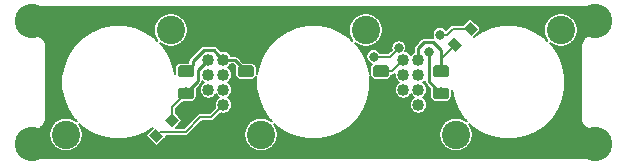
<source format=gbr>
G04 #@! TF.GenerationSoftware,KiCad,Pcbnew,(5.1.4)-1*
G04 #@! TF.CreationDate,2019-11-14T22:55:44-08:00*
G04 #@! TF.ProjectId,SkateLightLEDBoard,536b6174-654c-4696-9768-744c4544426f,rev?*
G04 #@! TF.SameCoordinates,Original*
G04 #@! TF.FileFunction,Copper,L1,Top*
G04 #@! TF.FilePolarity,Positive*
%FSLAX46Y46*%
G04 Gerber Fmt 4.6, Leading zero omitted, Abs format (unit mm)*
G04 Created by KiCad (PCBNEW (5.1.4)-1) date 2019-11-14 22:55:44*
%MOMM*%
%LPD*%
G04 APERTURE LIST*
%ADD10C,1.016000*%
%ADD11C,2.921000*%
%ADD12C,0.100000*%
%ADD13C,0.975000*%
%ADD14C,0.800000*%
%ADD15C,2.400000*%
%ADD16C,0.250000*%
%ADD17C,0.200000*%
%ADD18C,0.500000*%
%ADD19C,0.152400*%
G04 APERTURE END LIST*
D10*
X-8890000Y-1905000D03*
X-7620000Y-1905000D03*
X-8890000Y-635000D03*
X-7620000Y-635000D03*
X-8890000Y635000D03*
X-7620000Y635000D03*
X-8890000Y1905000D03*
X-7620000Y1905000D03*
D11*
X8255000Y-4953000D03*
X8255000Y4953000D03*
X-8255000Y-4953000D03*
X-8255000Y4953000D03*
D10*
X7620000Y-1905000D03*
X8890000Y-1905000D03*
X7620000Y-635000D03*
X8890000Y-635000D03*
X7620000Y635000D03*
X8890000Y635000D03*
X7620000Y1905000D03*
X8890000Y1905000D03*
D12*
G36*
X11275142Y1423826D02*
G01*
X11298803Y1420316D01*
X11322007Y1414504D01*
X11344529Y1406446D01*
X11366153Y1396218D01*
X11386670Y1383921D01*
X11405883Y1369671D01*
X11423607Y1353607D01*
X11439671Y1335883D01*
X11453921Y1316670D01*
X11466218Y1296153D01*
X11476446Y1274529D01*
X11484504Y1252007D01*
X11490316Y1228803D01*
X11493826Y1205142D01*
X11495000Y1181250D01*
X11495000Y693750D01*
X11493826Y669858D01*
X11490316Y646197D01*
X11484504Y622993D01*
X11476446Y600471D01*
X11466218Y578847D01*
X11453921Y558330D01*
X11439671Y539117D01*
X11423607Y521393D01*
X11405883Y505329D01*
X11386670Y491079D01*
X11366153Y478782D01*
X11344529Y468554D01*
X11322007Y460496D01*
X11298803Y454684D01*
X11275142Y451174D01*
X11251250Y450000D01*
X10338750Y450000D01*
X10314858Y451174D01*
X10291197Y454684D01*
X10267993Y460496D01*
X10245471Y468554D01*
X10223847Y478782D01*
X10203330Y491079D01*
X10184117Y505329D01*
X10166393Y521393D01*
X10150329Y539117D01*
X10136079Y558330D01*
X10123782Y578847D01*
X10113554Y600471D01*
X10105496Y622993D01*
X10099684Y646197D01*
X10096174Y669858D01*
X10095000Y693750D01*
X10095000Y1181250D01*
X10096174Y1205142D01*
X10099684Y1228803D01*
X10105496Y1252007D01*
X10113554Y1274529D01*
X10123782Y1296153D01*
X10136079Y1316670D01*
X10150329Y1335883D01*
X10166393Y1353607D01*
X10184117Y1369671D01*
X10203330Y1383921D01*
X10223847Y1396218D01*
X10245471Y1406446D01*
X10267993Y1414504D01*
X10291197Y1420316D01*
X10314858Y1423826D01*
X10338750Y1425000D01*
X11251250Y1425000D01*
X11275142Y1423826D01*
X11275142Y1423826D01*
G37*
D13*
X10795000Y937500D03*
D12*
G36*
X11275142Y-451174D02*
G01*
X11298803Y-454684D01*
X11322007Y-460496D01*
X11344529Y-468554D01*
X11366153Y-478782D01*
X11386670Y-491079D01*
X11405883Y-505329D01*
X11423607Y-521393D01*
X11439671Y-539117D01*
X11453921Y-558330D01*
X11466218Y-578847D01*
X11476446Y-600471D01*
X11484504Y-622993D01*
X11490316Y-646197D01*
X11493826Y-669858D01*
X11495000Y-693750D01*
X11495000Y-1181250D01*
X11493826Y-1205142D01*
X11490316Y-1228803D01*
X11484504Y-1252007D01*
X11476446Y-1274529D01*
X11466218Y-1296153D01*
X11453921Y-1316670D01*
X11439671Y-1335883D01*
X11423607Y-1353607D01*
X11405883Y-1369671D01*
X11386670Y-1383921D01*
X11366153Y-1396218D01*
X11344529Y-1406446D01*
X11322007Y-1414504D01*
X11298803Y-1420316D01*
X11275142Y-1423826D01*
X11251250Y-1425000D01*
X10338750Y-1425000D01*
X10314858Y-1423826D01*
X10291197Y-1420316D01*
X10267993Y-1414504D01*
X10245471Y-1406446D01*
X10223847Y-1396218D01*
X10203330Y-1383921D01*
X10184117Y-1369671D01*
X10166393Y-1353607D01*
X10150329Y-1335883D01*
X10136079Y-1316670D01*
X10123782Y-1296153D01*
X10113554Y-1274529D01*
X10105496Y-1252007D01*
X10099684Y-1228803D01*
X10096174Y-1205142D01*
X10095000Y-1181250D01*
X10095000Y-693750D01*
X10096174Y-669858D01*
X10099684Y-646197D01*
X10105496Y-622993D01*
X10113554Y-600471D01*
X10123782Y-578847D01*
X10136079Y-558330D01*
X10150329Y-539117D01*
X10166393Y-521393D01*
X10184117Y-505329D01*
X10203330Y-491079D01*
X10223847Y-478782D01*
X10245471Y-468554D01*
X10267993Y-460496D01*
X10291197Y-454684D01*
X10314858Y-451174D01*
X10338750Y-450000D01*
X11251250Y-450000D01*
X11275142Y-451174D01*
X11275142Y-451174D01*
G37*
D13*
X10795000Y-937500D03*
D12*
G36*
X-10314858Y-451174D02*
G01*
X-10291197Y-454684D01*
X-10267993Y-460496D01*
X-10245471Y-468554D01*
X-10223847Y-478782D01*
X-10203330Y-491079D01*
X-10184117Y-505329D01*
X-10166393Y-521393D01*
X-10150329Y-539117D01*
X-10136079Y-558330D01*
X-10123782Y-578847D01*
X-10113554Y-600471D01*
X-10105496Y-622993D01*
X-10099684Y-646197D01*
X-10096174Y-669858D01*
X-10095000Y-693750D01*
X-10095000Y-1181250D01*
X-10096174Y-1205142D01*
X-10099684Y-1228803D01*
X-10105496Y-1252007D01*
X-10113554Y-1274529D01*
X-10123782Y-1296153D01*
X-10136079Y-1316670D01*
X-10150329Y-1335883D01*
X-10166393Y-1353607D01*
X-10184117Y-1369671D01*
X-10203330Y-1383921D01*
X-10223847Y-1396218D01*
X-10245471Y-1406446D01*
X-10267993Y-1414504D01*
X-10291197Y-1420316D01*
X-10314858Y-1423826D01*
X-10338750Y-1425000D01*
X-11251250Y-1425000D01*
X-11275142Y-1423826D01*
X-11298803Y-1420316D01*
X-11322007Y-1414504D01*
X-11344529Y-1406446D01*
X-11366153Y-1396218D01*
X-11386670Y-1383921D01*
X-11405883Y-1369671D01*
X-11423607Y-1353607D01*
X-11439671Y-1335883D01*
X-11453921Y-1316670D01*
X-11466218Y-1296153D01*
X-11476446Y-1274529D01*
X-11484504Y-1252007D01*
X-11490316Y-1228803D01*
X-11493826Y-1205142D01*
X-11495000Y-1181250D01*
X-11495000Y-693750D01*
X-11493826Y-669858D01*
X-11490316Y-646197D01*
X-11484504Y-622993D01*
X-11476446Y-600471D01*
X-11466218Y-578847D01*
X-11453921Y-558330D01*
X-11439671Y-539117D01*
X-11423607Y-521393D01*
X-11405883Y-505329D01*
X-11386670Y-491079D01*
X-11366153Y-478782D01*
X-11344529Y-468554D01*
X-11322007Y-460496D01*
X-11298803Y-454684D01*
X-11275142Y-451174D01*
X-11251250Y-450000D01*
X-10338750Y-450000D01*
X-10314858Y-451174D01*
X-10314858Y-451174D01*
G37*
D13*
X-10795000Y-937500D03*
D12*
G36*
X-10314858Y1423826D02*
G01*
X-10291197Y1420316D01*
X-10267993Y1414504D01*
X-10245471Y1406446D01*
X-10223847Y1396218D01*
X-10203330Y1383921D01*
X-10184117Y1369671D01*
X-10166393Y1353607D01*
X-10150329Y1335883D01*
X-10136079Y1316670D01*
X-10123782Y1296153D01*
X-10113554Y1274529D01*
X-10105496Y1252007D01*
X-10099684Y1228803D01*
X-10096174Y1205142D01*
X-10095000Y1181250D01*
X-10095000Y693750D01*
X-10096174Y669858D01*
X-10099684Y646197D01*
X-10105496Y622993D01*
X-10113554Y600471D01*
X-10123782Y578847D01*
X-10136079Y558330D01*
X-10150329Y539117D01*
X-10166393Y521393D01*
X-10184117Y505329D01*
X-10203330Y491079D01*
X-10223847Y478782D01*
X-10245471Y468554D01*
X-10267993Y460496D01*
X-10291197Y454684D01*
X-10314858Y451174D01*
X-10338750Y450000D01*
X-11251250Y450000D01*
X-11275142Y451174D01*
X-11298803Y454684D01*
X-11322007Y460496D01*
X-11344529Y468554D01*
X-11366153Y478782D01*
X-11386670Y491079D01*
X-11405883Y505329D01*
X-11423607Y521393D01*
X-11439671Y539117D01*
X-11453921Y558330D01*
X-11466218Y578847D01*
X-11476446Y600471D01*
X-11484504Y622993D01*
X-11490316Y646197D01*
X-11493826Y669858D01*
X-11495000Y693750D01*
X-11495000Y1181250D01*
X-11493826Y1205142D01*
X-11490316Y1228803D01*
X-11484504Y1252007D01*
X-11476446Y1274529D01*
X-11466218Y1296153D01*
X-11453921Y1316670D01*
X-11439671Y1335883D01*
X-11423607Y1353607D01*
X-11405883Y1369671D01*
X-11386670Y1383921D01*
X-11366153Y1396218D01*
X-11344529Y1406446D01*
X-11322007Y1414504D01*
X-11298803Y1420316D01*
X-11275142Y1423826D01*
X-11251250Y1425000D01*
X-10338750Y1425000D01*
X-10314858Y1423826D01*
X-10314858Y1423826D01*
G37*
D13*
X-10795000Y937500D03*
D11*
X23812500Y5207000D03*
X23812500Y-5207000D03*
X-23812500Y5207000D03*
X-23812500Y-5207000D03*
D12*
G36*
X6195142Y-451174D02*
G01*
X6218803Y-454684D01*
X6242007Y-460496D01*
X6264529Y-468554D01*
X6286153Y-478782D01*
X6306670Y-491079D01*
X6325883Y-505329D01*
X6343607Y-521393D01*
X6359671Y-539117D01*
X6373921Y-558330D01*
X6386218Y-578847D01*
X6396446Y-600471D01*
X6404504Y-622993D01*
X6410316Y-646197D01*
X6413826Y-669858D01*
X6415000Y-693750D01*
X6415000Y-1181250D01*
X6413826Y-1205142D01*
X6410316Y-1228803D01*
X6404504Y-1252007D01*
X6396446Y-1274529D01*
X6386218Y-1296153D01*
X6373921Y-1316670D01*
X6359671Y-1335883D01*
X6343607Y-1353607D01*
X6325883Y-1369671D01*
X6306670Y-1383921D01*
X6286153Y-1396218D01*
X6264529Y-1406446D01*
X6242007Y-1414504D01*
X6218803Y-1420316D01*
X6195142Y-1423826D01*
X6171250Y-1425000D01*
X5258750Y-1425000D01*
X5234858Y-1423826D01*
X5211197Y-1420316D01*
X5187993Y-1414504D01*
X5165471Y-1406446D01*
X5143847Y-1396218D01*
X5123330Y-1383921D01*
X5104117Y-1369671D01*
X5086393Y-1353607D01*
X5070329Y-1335883D01*
X5056079Y-1316670D01*
X5043782Y-1296153D01*
X5033554Y-1274529D01*
X5025496Y-1252007D01*
X5019684Y-1228803D01*
X5016174Y-1205142D01*
X5015000Y-1181250D01*
X5015000Y-693750D01*
X5016174Y-669858D01*
X5019684Y-646197D01*
X5025496Y-622993D01*
X5033554Y-600471D01*
X5043782Y-578847D01*
X5056079Y-558330D01*
X5070329Y-539117D01*
X5086393Y-521393D01*
X5104117Y-505329D01*
X5123330Y-491079D01*
X5143847Y-478782D01*
X5165471Y-468554D01*
X5187993Y-460496D01*
X5211197Y-454684D01*
X5234858Y-451174D01*
X5258750Y-450000D01*
X6171250Y-450000D01*
X6195142Y-451174D01*
X6195142Y-451174D01*
G37*
D13*
X5715000Y-937500D03*
D12*
G36*
X6195142Y1423826D02*
G01*
X6218803Y1420316D01*
X6242007Y1414504D01*
X6264529Y1406446D01*
X6286153Y1396218D01*
X6306670Y1383921D01*
X6325883Y1369671D01*
X6343607Y1353607D01*
X6359671Y1335883D01*
X6373921Y1316670D01*
X6386218Y1296153D01*
X6396446Y1274529D01*
X6404504Y1252007D01*
X6410316Y1228803D01*
X6413826Y1205142D01*
X6415000Y1181250D01*
X6415000Y693750D01*
X6413826Y669858D01*
X6410316Y646197D01*
X6404504Y622993D01*
X6396446Y600471D01*
X6386218Y578847D01*
X6373921Y558330D01*
X6359671Y539117D01*
X6343607Y521393D01*
X6325883Y505329D01*
X6306670Y491079D01*
X6286153Y478782D01*
X6264529Y468554D01*
X6242007Y460496D01*
X6218803Y454684D01*
X6195142Y451174D01*
X6171250Y450000D01*
X5258750Y450000D01*
X5234858Y451174D01*
X5211197Y454684D01*
X5187993Y460496D01*
X5165471Y468554D01*
X5143847Y478782D01*
X5123330Y491079D01*
X5104117Y505329D01*
X5086393Y521393D01*
X5070329Y539117D01*
X5056079Y558330D01*
X5043782Y578847D01*
X5033554Y600471D01*
X5025496Y622993D01*
X5019684Y646197D01*
X5016174Y669858D01*
X5015000Y693750D01*
X5015000Y1181250D01*
X5016174Y1205142D01*
X5019684Y1228803D01*
X5025496Y1252007D01*
X5033554Y1274529D01*
X5043782Y1296153D01*
X5056079Y1316670D01*
X5070329Y1335883D01*
X5086393Y1353607D01*
X5104117Y1369671D01*
X5123330Y1383921D01*
X5143847Y1396218D01*
X5165471Y1406446D01*
X5187993Y1414504D01*
X5211197Y1420316D01*
X5234858Y1423826D01*
X5258750Y1425000D01*
X6171250Y1425000D01*
X6195142Y1423826D01*
X6195142Y1423826D01*
G37*
D13*
X5715000Y937500D03*
D12*
G36*
X-5234858Y-451174D02*
G01*
X-5211197Y-454684D01*
X-5187993Y-460496D01*
X-5165471Y-468554D01*
X-5143847Y-478782D01*
X-5123330Y-491079D01*
X-5104117Y-505329D01*
X-5086393Y-521393D01*
X-5070329Y-539117D01*
X-5056079Y-558330D01*
X-5043782Y-578847D01*
X-5033554Y-600471D01*
X-5025496Y-622993D01*
X-5019684Y-646197D01*
X-5016174Y-669858D01*
X-5015000Y-693750D01*
X-5015000Y-1181250D01*
X-5016174Y-1205142D01*
X-5019684Y-1228803D01*
X-5025496Y-1252007D01*
X-5033554Y-1274529D01*
X-5043782Y-1296153D01*
X-5056079Y-1316670D01*
X-5070329Y-1335883D01*
X-5086393Y-1353607D01*
X-5104117Y-1369671D01*
X-5123330Y-1383921D01*
X-5143847Y-1396218D01*
X-5165471Y-1406446D01*
X-5187993Y-1414504D01*
X-5211197Y-1420316D01*
X-5234858Y-1423826D01*
X-5258750Y-1425000D01*
X-6171250Y-1425000D01*
X-6195142Y-1423826D01*
X-6218803Y-1420316D01*
X-6242007Y-1414504D01*
X-6264529Y-1406446D01*
X-6286153Y-1396218D01*
X-6306670Y-1383921D01*
X-6325883Y-1369671D01*
X-6343607Y-1353607D01*
X-6359671Y-1335883D01*
X-6373921Y-1316670D01*
X-6386218Y-1296153D01*
X-6396446Y-1274529D01*
X-6404504Y-1252007D01*
X-6410316Y-1228803D01*
X-6413826Y-1205142D01*
X-6415000Y-1181250D01*
X-6415000Y-693750D01*
X-6413826Y-669858D01*
X-6410316Y-646197D01*
X-6404504Y-622993D01*
X-6396446Y-600471D01*
X-6386218Y-578847D01*
X-6373921Y-558330D01*
X-6359671Y-539117D01*
X-6343607Y-521393D01*
X-6325883Y-505329D01*
X-6306670Y-491079D01*
X-6286153Y-478782D01*
X-6264529Y-468554D01*
X-6242007Y-460496D01*
X-6218803Y-454684D01*
X-6195142Y-451174D01*
X-6171250Y-450000D01*
X-5258750Y-450000D01*
X-5234858Y-451174D01*
X-5234858Y-451174D01*
G37*
D13*
X-5715000Y-937500D03*
D12*
G36*
X-5234858Y1423826D02*
G01*
X-5211197Y1420316D01*
X-5187993Y1414504D01*
X-5165471Y1406446D01*
X-5143847Y1396218D01*
X-5123330Y1383921D01*
X-5104117Y1369671D01*
X-5086393Y1353607D01*
X-5070329Y1335883D01*
X-5056079Y1316670D01*
X-5043782Y1296153D01*
X-5033554Y1274529D01*
X-5025496Y1252007D01*
X-5019684Y1228803D01*
X-5016174Y1205142D01*
X-5015000Y1181250D01*
X-5015000Y693750D01*
X-5016174Y669858D01*
X-5019684Y646197D01*
X-5025496Y622993D01*
X-5033554Y600471D01*
X-5043782Y578847D01*
X-5056079Y558330D01*
X-5070329Y539117D01*
X-5086393Y521393D01*
X-5104117Y505329D01*
X-5123330Y491079D01*
X-5143847Y478782D01*
X-5165471Y468554D01*
X-5187993Y460496D01*
X-5211197Y454684D01*
X-5234858Y451174D01*
X-5258750Y450000D01*
X-6171250Y450000D01*
X-6195142Y451174D01*
X-6218803Y454684D01*
X-6242007Y460496D01*
X-6264529Y468554D01*
X-6286153Y478782D01*
X-6306670Y491079D01*
X-6325883Y505329D01*
X-6343607Y521393D01*
X-6359671Y539117D01*
X-6373921Y558330D01*
X-6386218Y578847D01*
X-6396446Y600471D01*
X-6404504Y622993D01*
X-6410316Y646197D01*
X-6413826Y669858D01*
X-6415000Y693750D01*
X-6415000Y1181250D01*
X-6413826Y1205142D01*
X-6410316Y1228803D01*
X-6404504Y1252007D01*
X-6396446Y1274529D01*
X-6386218Y1296153D01*
X-6373921Y1316670D01*
X-6359671Y1335883D01*
X-6343607Y1353607D01*
X-6325883Y1369671D01*
X-6306670Y1383921D01*
X-6286153Y1396218D01*
X-6264529Y1406446D01*
X-6242007Y1414504D01*
X-6218803Y1420316D01*
X-6195142Y1423826D01*
X-6171250Y1425000D01*
X-5258750Y1425000D01*
X-5234858Y1423826D01*
X-5234858Y1423826D01*
G37*
D13*
X-5715000Y937500D03*
D14*
X11230893Y5279107D03*
D12*
G36*
X11831934Y5243752D02*
G01*
X11266248Y4678066D01*
X10629852Y5314462D01*
X11195538Y5880148D01*
X11831934Y5243752D01*
X11831934Y5243752D01*
G37*
D14*
X13316858Y4536645D03*
D12*
G36*
X13917899Y4501290D02*
G01*
X13352213Y3935604D01*
X12715817Y4572000D01*
X13281503Y5137686D01*
X13917899Y4501290D01*
X13917899Y4501290D01*
G37*
D14*
X11973355Y3193142D03*
D12*
G36*
X12574396Y3157787D02*
G01*
X12008710Y2592101D01*
X11372314Y3228497D01*
X11938000Y3794183D01*
X12574396Y3157787D01*
X12574396Y3157787D01*
G37*
D14*
X-11230893Y-5279107D03*
D12*
G36*
X-11831934Y-5243752D02*
G01*
X-11266248Y-4678066D01*
X-10629852Y-5314462D01*
X-11195538Y-5880148D01*
X-11831934Y-5243752D01*
X-11831934Y-5243752D01*
G37*
D14*
X-13316858Y-4536645D03*
D12*
G36*
X-13917899Y-4501290D02*
G01*
X-13352213Y-3935604D01*
X-12715817Y-4572000D01*
X-13281503Y-5137686D01*
X-13917899Y-4501290D01*
X-13917899Y-4501290D01*
G37*
D14*
X-11973355Y-3193142D03*
D12*
G36*
X-12574396Y-3157787D02*
G01*
X-12008710Y-2592101D01*
X-11372314Y-3228497D01*
X-11938000Y-3794183D01*
X-12574396Y-3157787D01*
X-12574396Y-3157787D01*
G37*
D15*
X20933000Y4423000D03*
X12087000Y-4423000D03*
X4423000Y4423000D03*
X-4423000Y-4423000D03*
X-12087000Y4423000D03*
X-20933000Y-4423000D03*
D14*
X9786398Y2556260D03*
X5102860Y2176780D03*
X7236460Y2923540D03*
X10716260Y4036060D03*
D16*
X10238763Y-381263D02*
X10795000Y-937500D01*
X9769990Y87510D02*
X10238763Y-381263D01*
X9769990Y1974167D02*
X9769990Y87510D01*
X9786398Y1990575D02*
X9769990Y1974167D01*
X9786398Y2556260D02*
X9786398Y1990575D01*
D17*
X5715000Y937500D02*
X6652500Y937500D01*
X7112001Y1397001D02*
X7620000Y1905000D01*
X6652500Y937500D02*
X7112001Y1397001D01*
D16*
X-8127999Y2412999D02*
X-7620000Y1905000D01*
X-8453001Y2738001D02*
X-8127999Y2412999D01*
X-9289841Y2738001D02*
X-8453001Y2738001D01*
X-10238763Y1789079D02*
X-9289841Y2738001D01*
X-10238763Y1493737D02*
X-10238763Y1789079D01*
X-10795000Y937500D02*
X-10238763Y1493737D01*
X-6682500Y1905000D02*
X-5715000Y937500D01*
X-7620000Y1905000D02*
X-6682500Y1905000D01*
D17*
X-7317500Y4356000D02*
X-7317500Y5588000D01*
D18*
X23812500Y-5207000D02*
X22740620Y-5207000D01*
X22740620Y-5207000D02*
X21973540Y-5974080D01*
D17*
X-9255000Y-5522000D02*
X-9255000Y-4922000D01*
X-7255000Y-4572000D02*
X-7255000Y-5172000D01*
D16*
X10795000Y937500D02*
X10795000Y2750820D01*
X10795000Y2750820D02*
X10144760Y3401060D01*
X10144760Y3401060D02*
X9372600Y3401060D01*
X8890000Y2918460D02*
X8890000Y1905000D01*
X9372600Y3401060D02*
X8890000Y2918460D01*
D17*
X10795000Y2014787D02*
X10795000Y937500D01*
X11973355Y3193142D02*
X10795000Y2014787D01*
D16*
X-9397999Y1397001D02*
X-8890000Y1905000D01*
X-9769990Y1025010D02*
X-9397999Y1397001D01*
X-9769990Y87510D02*
X-9769990Y1025010D01*
X-10795000Y-937500D02*
X-9769990Y87510D01*
D17*
X-11973355Y-2115855D02*
X-10795000Y-937500D01*
X-11973355Y-3193142D02*
X-11973355Y-2115855D01*
X6489700Y2176780D02*
X7236460Y2923540D01*
X5102860Y2176780D02*
X6489700Y2176780D01*
X12651172Y4536645D02*
X13316858Y4536645D01*
X11782530Y4536645D02*
X12651172Y4536645D01*
X11281945Y4036060D02*
X11782530Y4536645D01*
X10716260Y4036060D02*
X11281945Y4036060D01*
X-12963305Y-4183092D02*
X-10817572Y-4183092D01*
X-13316858Y-4536645D02*
X-12963305Y-4183092D01*
X-10817572Y-4183092D02*
X-9570720Y-2936240D01*
X-8651240Y-2936240D02*
X-7620000Y-1905000D01*
X-9570720Y-2936240D02*
X-8651240Y-2936240D01*
D19*
G36*
X24046977Y6389146D02*
G01*
X24272131Y6321087D01*
X24479769Y6210594D01*
X24661994Y6061874D01*
X24811861Y5880592D01*
X24923662Y5673655D01*
X24993142Y5448940D01*
X25017650Y5215015D01*
X24996254Y4980779D01*
X24929769Y4755161D01*
X24820727Y4546751D01*
X24673283Y4363494D01*
X24493052Y4212365D01*
X24286898Y4099120D01*
X24062680Y4028077D01*
X23822046Y4001168D01*
X23712678Y4004450D01*
X23712535Y4004440D01*
X23651689Y4006439D01*
X23635983Y4005418D01*
X23620244Y4005523D01*
X23616715Y4005176D01*
X23468818Y3989581D01*
X23446230Y3984936D01*
X23423658Y3980623D01*
X23420268Y3979598D01*
X23420262Y3979597D01*
X23420256Y3979595D01*
X23278212Y3935573D01*
X23256947Y3926626D01*
X23235651Y3918014D01*
X23232529Y3916352D01*
X23232519Y3916348D01*
X23232511Y3916343D01*
X23101726Y3845572D01*
X23082657Y3832700D01*
X23063383Y3820079D01*
X23060636Y3817837D01*
X22946080Y3723003D01*
X22929824Y3706622D01*
X22913422Y3690550D01*
X22911168Y3687823D01*
X22911161Y3687816D01*
X22911156Y3687808D01*
X22817208Y3572539D01*
X22804438Y3553306D01*
X22791474Y3534359D01*
X22789794Y3531250D01*
X22789788Y3531241D01*
X22789784Y3531232D01*
X22720014Y3399908D01*
X22711225Y3378563D01*
X22702187Y3357457D01*
X22701139Y3354069D01*
X22658203Y3211685D01*
X22653723Y3189024D01*
X22648961Y3166582D01*
X22648592Y3163064D01*
X22648590Y3163054D01*
X22648590Y3163045D01*
X22636607Y3040410D01*
X22636600Y3040388D01*
X22632924Y3003064D01*
X22632925Y12469D01*
X22632924Y-3003064D01*
X22633436Y-3008265D01*
X22635559Y-3061562D01*
X22637717Y-3077155D01*
X22638755Y-3092856D01*
X22639357Y-3096351D01*
X22665644Y-3242726D01*
X22671922Y-3264941D01*
X22677857Y-3287118D01*
X22679126Y-3290429D01*
X22733343Y-3428910D01*
X22743804Y-3449458D01*
X22753945Y-3470085D01*
X22755830Y-3473082D01*
X22755833Y-3473087D01*
X22755836Y-3473091D01*
X22835915Y-3598399D01*
X22850183Y-3616543D01*
X22864123Y-3634788D01*
X22866553Y-3637361D01*
X22866558Y-3637367D01*
X22866563Y-3637372D01*
X22969455Y-3744738D01*
X22986929Y-3759726D01*
X23004193Y-3774956D01*
X23007083Y-3777011D01*
X23128876Y-3862352D01*
X23148955Y-3873675D01*
X23168822Y-3885247D01*
X23172056Y-3886702D01*
X23308105Y-3946761D01*
X23330039Y-3953981D01*
X23351737Y-3961460D01*
X23355182Y-3962257D01*
X23355192Y-3962260D01*
X23355202Y-3962261D01*
X23500315Y-3994749D01*
X23523186Y-3997565D01*
X23545972Y-4000694D01*
X23549516Y-4000807D01*
X23549517Y-4000807D01*
X23698188Y-4004490D01*
X23698411Y-4004474D01*
X23698937Y-4004490D01*
X23958976Y-4010759D01*
X24188536Y-4061991D01*
X24403777Y-4156838D01*
X24596491Y-4291682D01*
X24759348Y-4461395D01*
X24886136Y-4659503D01*
X24972031Y-4878466D01*
X25013761Y-5109946D01*
X25009734Y-5345124D01*
X24960106Y-5575033D01*
X24866765Y-5790929D01*
X24733268Y-5984583D01*
X24564699Y-6148619D01*
X24367480Y-6276788D01*
X24149119Y-6364210D01*
X23911139Y-6408829D01*
X23804981Y-6413500D01*
X-23799449Y-6413500D01*
X-24046977Y-6389146D01*
X-24272129Y-6321087D01*
X-24479766Y-6210596D01*
X-24661992Y-6061876D01*
X-24811860Y-5880595D01*
X-24923662Y-5673655D01*
X-24993142Y-5448937D01*
X-25017650Y-5215014D01*
X-24996254Y-4980779D01*
X-24929769Y-4755161D01*
X-24820728Y-4546754D01*
X-24673284Y-4363496D01*
X-24576449Y-4282295D01*
X-22361600Y-4282295D01*
X-22361600Y-4563705D01*
X-22306699Y-4839707D01*
X-22199009Y-5099696D01*
X-22042666Y-5333679D01*
X-21843679Y-5532666D01*
X-21609696Y-5689009D01*
X-21349707Y-5796699D01*
X-21073705Y-5851600D01*
X-20792295Y-5851600D01*
X-20516293Y-5796699D01*
X-20256304Y-5689009D01*
X-20022321Y-5532666D01*
X-19823334Y-5333679D01*
X-19666991Y-5099696D01*
X-19559301Y-4839707D01*
X-19504400Y-4563705D01*
X-19504400Y-4282295D01*
X-19559301Y-4006293D01*
X-19666991Y-3746304D01*
X-19817259Y-3521413D01*
X-19588053Y-3750619D01*
X-18797200Y-4279050D01*
X-17918451Y-4643040D01*
X-16985576Y-4828600D01*
X-16034424Y-4828600D01*
X-15101549Y-4643040D01*
X-14222800Y-4279050D01*
X-13613174Y-3871711D01*
X-14080326Y-4338863D01*
X-14108893Y-4373672D01*
X-14130120Y-4413385D01*
X-14143191Y-4456477D01*
X-14147605Y-4501290D01*
X-14143191Y-4546103D01*
X-14130120Y-4589195D01*
X-14108893Y-4628908D01*
X-14080326Y-4663717D01*
X-13443930Y-5300113D01*
X-13409121Y-5328680D01*
X-13369408Y-5349907D01*
X-13326316Y-5362978D01*
X-13281503Y-5367392D01*
X-13236690Y-5362978D01*
X-13193598Y-5349907D01*
X-13153885Y-5328680D01*
X-13119076Y-5300113D01*
X-12553390Y-4734427D01*
X-12524823Y-4699618D01*
X-12503596Y-4659905D01*
X-12490525Y-4616813D01*
X-12486111Y-4572000D01*
X-12490525Y-4527187D01*
X-12495225Y-4511692D01*
X-10833704Y-4511692D01*
X-10817572Y-4513281D01*
X-10801440Y-4511692D01*
X-10801437Y-4511692D01*
X-10753155Y-4506937D01*
X-10691214Y-4488147D01*
X-10634129Y-4457634D01*
X-10584093Y-4416571D01*
X-10573806Y-4404036D01*
X-9434609Y-3264840D01*
X-8667372Y-3264840D01*
X-8651240Y-3266429D01*
X-8635108Y-3264840D01*
X-8635105Y-3264840D01*
X-8586823Y-3260085D01*
X-8524882Y-3241295D01*
X-8467797Y-3210782D01*
X-8417761Y-3169719D01*
X-8407474Y-3157184D01*
X-7855170Y-2604880D01*
X-7834858Y-2613293D01*
X-7692549Y-2641600D01*
X-7547451Y-2641600D01*
X-7405142Y-2613293D01*
X-7271089Y-2557766D01*
X-7150445Y-2477155D01*
X-7047845Y-2374555D01*
X-6967234Y-2253911D01*
X-6911707Y-2119858D01*
X-6883400Y-1977549D01*
X-6883400Y-1832451D01*
X-6911707Y-1690142D01*
X-6967234Y-1556089D01*
X-7047845Y-1435445D01*
X-7150445Y-1332845D01*
X-7244500Y-1270000D01*
X-7150445Y-1207155D01*
X-7047845Y-1104555D01*
X-6967234Y-983911D01*
X-6911707Y-849858D01*
X-6883400Y-707549D01*
X-6883400Y-562451D01*
X-6911707Y-420142D01*
X-6967234Y-286089D01*
X-7047845Y-165445D01*
X-7150445Y-62845D01*
X-7244500Y0D01*
X-7150445Y62845D01*
X-7047845Y165445D01*
X-6967234Y286089D01*
X-6911707Y420142D01*
X-6883400Y562451D01*
X-6883400Y707549D01*
X-6911707Y849858D01*
X-6967234Y983911D01*
X-7047845Y1104555D01*
X-7150445Y1207155D01*
X-7244500Y1270000D01*
X-7150445Y1332845D01*
X-7047845Y1435445D01*
X-6970367Y1551400D01*
X-6828965Y1551400D01*
X-6615959Y1338393D01*
X-6635609Y1273617D01*
X-6644706Y1181250D01*
X-6644706Y693750D01*
X-6635609Y601383D01*
X-6608666Y512566D01*
X-6564914Y430712D01*
X-6506034Y358966D01*
X-6434288Y300086D01*
X-6352434Y256334D01*
X-6263617Y229391D01*
X-6171250Y220294D01*
X-5258750Y220294D01*
X-5166383Y229391D01*
X-5077566Y256334D01*
X-4995712Y300086D01*
X-4923966Y358966D01*
X-4865086Y430712D01*
X-4821334Y512566D01*
X-4821067Y513445D01*
X-4828600Y475576D01*
X-4828600Y-475576D01*
X-4643040Y-1408451D01*
X-4279050Y-2287200D01*
X-3750619Y-3078053D01*
X-3521413Y-3307259D01*
X-3746304Y-3156991D01*
X-4006293Y-3049301D01*
X-4282295Y-2994400D01*
X-4563705Y-2994400D01*
X-4839707Y-3049301D01*
X-5099696Y-3156991D01*
X-5333679Y-3313334D01*
X-5532666Y-3512321D01*
X-5689009Y-3746304D01*
X-5796699Y-4006293D01*
X-5851600Y-4282295D01*
X-5851600Y-4563705D01*
X-5796699Y-4839707D01*
X-5689009Y-5099696D01*
X-5532666Y-5333679D01*
X-5333679Y-5532666D01*
X-5099696Y-5689009D01*
X-4839707Y-5796699D01*
X-4563705Y-5851600D01*
X-4282295Y-5851600D01*
X-4006293Y-5796699D01*
X-3746304Y-5689009D01*
X-3512321Y-5532666D01*
X-3313334Y-5333679D01*
X-3156991Y-5099696D01*
X-3049301Y-4839707D01*
X-2994400Y-4563705D01*
X-2994400Y-4282295D01*
X-3049301Y-4006293D01*
X-3156991Y-3746304D01*
X-3307259Y-3521413D01*
X-3078053Y-3750619D01*
X-2287200Y-4279050D01*
X-1408451Y-4643040D01*
X-475576Y-4828600D01*
X475576Y-4828600D01*
X1408451Y-4643040D01*
X2287200Y-4279050D01*
X3078053Y-3750619D01*
X3750619Y-3078053D01*
X4279050Y-2287200D01*
X4643040Y-1408451D01*
X4828600Y-475576D01*
X4828600Y475576D01*
X4821067Y513445D01*
X4821334Y512566D01*
X4865086Y430712D01*
X4923966Y358966D01*
X4995712Y300086D01*
X5077566Y256334D01*
X5166383Y229391D01*
X5258750Y220294D01*
X6171250Y220294D01*
X6263617Y229391D01*
X6352434Y256334D01*
X6434288Y300086D01*
X6506034Y358966D01*
X6564914Y430712D01*
X6608666Y512566D01*
X6635609Y601383D01*
X6636349Y608900D01*
X6636368Y608900D01*
X6652500Y607311D01*
X6668632Y608900D01*
X6668635Y608900D01*
X6716917Y613655D01*
X6778858Y632445D01*
X6835943Y662958D01*
X6883400Y701904D01*
X6883400Y562451D01*
X6911707Y420142D01*
X6967234Y286089D01*
X7047845Y165445D01*
X7150445Y62845D01*
X7244500Y0D01*
X7150445Y-62845D01*
X7047845Y-165445D01*
X6967234Y-286089D01*
X6911707Y-420142D01*
X6883400Y-562451D01*
X6883400Y-707549D01*
X6911707Y-849858D01*
X6967234Y-983911D01*
X7047845Y-1104555D01*
X7150445Y-1207155D01*
X7271089Y-1287766D01*
X7405142Y-1343293D01*
X7547451Y-1371600D01*
X7692549Y-1371600D01*
X7834858Y-1343293D01*
X7968911Y-1287766D01*
X8089555Y-1207155D01*
X8192155Y-1104555D01*
X8255000Y-1010500D01*
X8317845Y-1104555D01*
X8420445Y-1207155D01*
X8514500Y-1270000D01*
X8420445Y-1332845D01*
X8317845Y-1435445D01*
X8237234Y-1556089D01*
X8181707Y-1690142D01*
X8153400Y-1832451D01*
X8153400Y-1977549D01*
X8181707Y-2119858D01*
X8237234Y-2253911D01*
X8317845Y-2374555D01*
X8420445Y-2477155D01*
X8541089Y-2557766D01*
X8675142Y-2613293D01*
X8817451Y-2641600D01*
X8962549Y-2641600D01*
X9104858Y-2613293D01*
X9238911Y-2557766D01*
X9359555Y-2477155D01*
X9462155Y-2374555D01*
X9542766Y-2253911D01*
X9598293Y-2119858D01*
X9626600Y-1977549D01*
X9626600Y-1832451D01*
X9598293Y-1690142D01*
X9542766Y-1556089D01*
X9462155Y-1435445D01*
X9359555Y-1332845D01*
X9265500Y-1270000D01*
X9359555Y-1207155D01*
X9462155Y-1104555D01*
X9542766Y-983911D01*
X9598293Y-849858D01*
X9626600Y-707549D01*
X9626600Y-562451D01*
X9598293Y-420142D01*
X9542766Y-286089D01*
X9462155Y-165445D01*
X9359555Y-62845D01*
X9265500Y0D01*
X9359555Y62845D01*
X9416391Y119681D01*
X9416391Y104872D01*
X9414681Y87510D01*
X9416391Y70149D01*
X9416391Y70148D01*
X9421508Y18192D01*
X9430809Y-12469D01*
X9441727Y-48461D01*
X9474561Y-109889D01*
X9482001Y-118954D01*
X9518749Y-163732D01*
X9532233Y-174798D01*
X9894041Y-536607D01*
X9874391Y-601383D01*
X9865294Y-693750D01*
X9865294Y-1181250D01*
X9874391Y-1273617D01*
X9901334Y-1362434D01*
X9945086Y-1444288D01*
X10003966Y-1516034D01*
X10075712Y-1574914D01*
X10157566Y-1618666D01*
X10246383Y-1645609D01*
X10338750Y-1654706D01*
X11251250Y-1654706D01*
X11343617Y-1645609D01*
X11432434Y-1618666D01*
X11514288Y-1574914D01*
X11586034Y-1516034D01*
X11644914Y-1444288D01*
X11688666Y-1362434D01*
X11715609Y-1273617D01*
X11724706Y-1181250D01*
X11724706Y-693750D01*
X11724616Y-692840D01*
X11866960Y-1408451D01*
X12230950Y-2287200D01*
X12759381Y-3078053D01*
X12988587Y-3307259D01*
X12763696Y-3156991D01*
X12503707Y-3049301D01*
X12227705Y-2994400D01*
X11946295Y-2994400D01*
X11670293Y-3049301D01*
X11410304Y-3156991D01*
X11176321Y-3313334D01*
X10977334Y-3512321D01*
X10820991Y-3746304D01*
X10713301Y-4006293D01*
X10658400Y-4282295D01*
X10658400Y-4563705D01*
X10713301Y-4839707D01*
X10820991Y-5099696D01*
X10977334Y-5333679D01*
X11176321Y-5532666D01*
X11410304Y-5689009D01*
X11670293Y-5796699D01*
X11946295Y-5851600D01*
X12227705Y-5851600D01*
X12503707Y-5796699D01*
X12763696Y-5689009D01*
X12997679Y-5532666D01*
X13196666Y-5333679D01*
X13353009Y-5099696D01*
X13460699Y-4839707D01*
X13515600Y-4563705D01*
X13515600Y-4282295D01*
X13460699Y-4006293D01*
X13353009Y-3746304D01*
X13202741Y-3521413D01*
X13431947Y-3750619D01*
X14222800Y-4279050D01*
X15101549Y-4643040D01*
X16034424Y-4828600D01*
X16985576Y-4828600D01*
X17918451Y-4643040D01*
X18797200Y-4279050D01*
X19588053Y-3750619D01*
X20260619Y-3078053D01*
X20789050Y-2287200D01*
X21153040Y-1408451D01*
X21338600Y-475576D01*
X21338600Y475576D01*
X21153040Y1408451D01*
X20789050Y2287200D01*
X20260619Y3078053D01*
X20031413Y3307259D01*
X20256304Y3156991D01*
X20516293Y3049301D01*
X20792295Y2994400D01*
X21073705Y2994400D01*
X21349707Y3049301D01*
X21609696Y3156991D01*
X21843679Y3313334D01*
X22042666Y3512321D01*
X22199009Y3746304D01*
X22306699Y4006293D01*
X22361600Y4282295D01*
X22361600Y4563705D01*
X22306699Y4839707D01*
X22199009Y5099696D01*
X22042666Y5333679D01*
X21843679Y5532666D01*
X21609696Y5689009D01*
X21349707Y5796699D01*
X21073705Y5851600D01*
X20792295Y5851600D01*
X20516293Y5796699D01*
X20256304Y5689009D01*
X20022321Y5532666D01*
X19823334Y5333679D01*
X19666991Y5099696D01*
X19559301Y4839707D01*
X19504400Y4563705D01*
X19504400Y4282295D01*
X19559301Y4006293D01*
X19666991Y3746304D01*
X19817259Y3521413D01*
X19588053Y3750619D01*
X18797200Y4279050D01*
X17918451Y4643040D01*
X16985576Y4828600D01*
X16034424Y4828600D01*
X15101549Y4643040D01*
X14222800Y4279050D01*
X13613174Y3871711D01*
X14080326Y4338863D01*
X14108893Y4373672D01*
X14130120Y4413385D01*
X14143191Y4456477D01*
X14147605Y4501290D01*
X14143191Y4546103D01*
X14130120Y4589195D01*
X14108893Y4628908D01*
X14080326Y4663717D01*
X13443930Y5300113D01*
X13409121Y5328680D01*
X13369408Y5349907D01*
X13326316Y5362978D01*
X13281503Y5367392D01*
X13236690Y5362978D01*
X13193598Y5349907D01*
X13153885Y5328680D01*
X13119076Y5300113D01*
X12684208Y4865245D01*
X11798661Y4865245D01*
X11782529Y4866834D01*
X11766397Y4865245D01*
X11766395Y4865245D01*
X11718113Y4860490D01*
X11656172Y4841700D01*
X11618971Y4821815D01*
X11599086Y4811187D01*
X11561583Y4780409D01*
X11549051Y4770124D01*
X11538768Y4757594D01*
X11209900Y4428726D01*
X11204526Y4436769D01*
X11116969Y4524326D01*
X11014014Y4593119D01*
X10899616Y4640504D01*
X10778172Y4664660D01*
X10654348Y4664660D01*
X10532904Y4640504D01*
X10418506Y4593119D01*
X10315551Y4524326D01*
X10227994Y4436769D01*
X10159201Y4333814D01*
X10111816Y4219416D01*
X10087660Y4097972D01*
X10087660Y3974148D01*
X10111816Y3852704D01*
X10152015Y3755654D01*
X10144760Y3756369D01*
X10127408Y3754660D01*
X9389951Y3754660D01*
X9372599Y3756369D01*
X9355247Y3754660D01*
X9355238Y3754660D01*
X9303282Y3749543D01*
X9236629Y3729324D01*
X9236627Y3729323D01*
X9175200Y3696489D01*
X9134985Y3663485D01*
X9121358Y3652302D01*
X9110292Y3638818D01*
X8652243Y3180768D01*
X8638758Y3169701D01*
X8627692Y3156217D01*
X8627691Y3156216D01*
X8622440Y3149818D01*
X8594571Y3115859D01*
X8561736Y3054430D01*
X8541517Y2987777D01*
X8536400Y2935821D01*
X8536400Y2935812D01*
X8534691Y2918460D01*
X8536400Y2901108D01*
X8536400Y2554633D01*
X8420445Y2477155D01*
X8317845Y2374555D01*
X8255000Y2280500D01*
X8192155Y2374555D01*
X8089555Y2477155D01*
X7968911Y2557766D01*
X7834858Y2613293D01*
X7791000Y2622017D01*
X7793519Y2625786D01*
X7840904Y2740184D01*
X7865060Y2861628D01*
X7865060Y2985452D01*
X7840904Y3106896D01*
X7793519Y3221294D01*
X7724726Y3324249D01*
X7637169Y3411806D01*
X7534214Y3480599D01*
X7419816Y3527984D01*
X7298372Y3552140D01*
X7174548Y3552140D01*
X7053104Y3527984D01*
X6938706Y3480599D01*
X6835751Y3411806D01*
X6748194Y3324249D01*
X6679401Y3221294D01*
X6632016Y3106896D01*
X6607860Y2985452D01*
X6607860Y2861628D01*
X6624779Y2776569D01*
X6353590Y2505380D01*
X5639308Y2505380D01*
X5591126Y2577489D01*
X5503569Y2665046D01*
X5400614Y2733839D01*
X5286216Y2781224D01*
X5164772Y2805380D01*
X5040948Y2805380D01*
X4919504Y2781224D01*
X4805106Y2733839D01*
X4702151Y2665046D01*
X4614594Y2577489D01*
X4545801Y2474534D01*
X4498416Y2360136D01*
X4474260Y2238692D01*
X4474260Y2114868D01*
X4498416Y1993424D01*
X4545801Y1879026D01*
X4614594Y1776071D01*
X4702151Y1688514D01*
X4805106Y1619721D01*
X4919504Y1572336D01*
X4978316Y1560638D01*
X4923966Y1516034D01*
X4865086Y1444288D01*
X4821334Y1362434D01*
X4794391Y1273617D01*
X4785294Y1181250D01*
X4785294Y693750D01*
X4785384Y692840D01*
X4643040Y1408451D01*
X4279050Y2287200D01*
X3750619Y3078053D01*
X3521413Y3307259D01*
X3746304Y3156991D01*
X4006293Y3049301D01*
X4282295Y2994400D01*
X4563705Y2994400D01*
X4839707Y3049301D01*
X5099696Y3156991D01*
X5333679Y3313334D01*
X5532666Y3512321D01*
X5689009Y3746304D01*
X5796699Y4006293D01*
X5851600Y4282295D01*
X5851600Y4563705D01*
X5796699Y4839707D01*
X5689009Y5099696D01*
X5532666Y5333679D01*
X5333679Y5532666D01*
X5099696Y5689009D01*
X4839707Y5796699D01*
X4563705Y5851600D01*
X4282295Y5851600D01*
X4006293Y5796699D01*
X3746304Y5689009D01*
X3512321Y5532666D01*
X3313334Y5333679D01*
X3156991Y5099696D01*
X3049301Y4839707D01*
X2994400Y4563705D01*
X2994400Y4282295D01*
X3049301Y4006293D01*
X3156991Y3746304D01*
X3307259Y3521413D01*
X3078053Y3750619D01*
X2287200Y4279050D01*
X1408451Y4643040D01*
X475576Y4828600D01*
X-475576Y4828600D01*
X-1408451Y4643040D01*
X-2287200Y4279050D01*
X-3078053Y3750619D01*
X-3750619Y3078053D01*
X-4279050Y2287200D01*
X-4643040Y1408451D01*
X-4785384Y692840D01*
X-4785294Y693750D01*
X-4785294Y1181250D01*
X-4794391Y1273617D01*
X-4821334Y1362434D01*
X-4865086Y1444288D01*
X-4923966Y1516034D01*
X-4995712Y1574914D01*
X-5077566Y1618666D01*
X-5166383Y1645609D01*
X-5258750Y1654706D01*
X-5932140Y1654706D01*
X-6420187Y2142752D01*
X-6431258Y2156242D01*
X-6485100Y2200429D01*
X-6546529Y2233264D01*
X-6613182Y2253483D01*
X-6665138Y2258600D01*
X-6665148Y2258600D01*
X-6682500Y2260309D01*
X-6699852Y2258600D01*
X-6970367Y2258600D01*
X-7047845Y2374555D01*
X-7150445Y2477155D01*
X-7271089Y2557766D01*
X-7405142Y2613293D01*
X-7547451Y2641600D01*
X-7692549Y2641600D01*
X-7829328Y2614393D01*
X-7865686Y2650751D01*
X-7865690Y2650756D01*
X-8190689Y2975754D01*
X-8201759Y2989243D01*
X-8255601Y3033430D01*
X-8317030Y3066265D01*
X-8383683Y3086484D01*
X-8435639Y3091601D01*
X-8435649Y3091601D01*
X-8453001Y3093310D01*
X-8470353Y3091601D01*
X-9272490Y3091601D01*
X-9289842Y3093310D01*
X-9307194Y3091601D01*
X-9307203Y3091601D01*
X-9359159Y3086484D01*
X-9425812Y3066265D01*
X-9487241Y3033430D01*
X-9541083Y2989243D01*
X-9552149Y2975759D01*
X-10476520Y2051387D01*
X-10490004Y2040321D01*
X-10501070Y2026837D01*
X-10501072Y2026835D01*
X-10534192Y1986478D01*
X-10540693Y1974316D01*
X-10567027Y1925050D01*
X-10587246Y1858397D01*
X-10592363Y1806441D01*
X-10592363Y1806431D01*
X-10594072Y1789079D01*
X-10592363Y1771727D01*
X-10592363Y1654706D01*
X-11251250Y1654706D01*
X-11343617Y1645609D01*
X-11432434Y1618666D01*
X-11514288Y1574914D01*
X-11586034Y1516034D01*
X-11644914Y1444288D01*
X-11688666Y1362434D01*
X-11715609Y1273617D01*
X-11724706Y1181250D01*
X-11724706Y693750D01*
X-11724616Y692840D01*
X-11866960Y1408451D01*
X-12230950Y2287200D01*
X-12759381Y3078053D01*
X-12988587Y3307259D01*
X-12763696Y3156991D01*
X-12503707Y3049301D01*
X-12227705Y2994400D01*
X-11946295Y2994400D01*
X-11670293Y3049301D01*
X-11410304Y3156991D01*
X-11176321Y3313334D01*
X-10977334Y3512321D01*
X-10820991Y3746304D01*
X-10713301Y4006293D01*
X-10658400Y4282295D01*
X-10658400Y4563705D01*
X-10713301Y4839707D01*
X-10820991Y5099696D01*
X-10977334Y5333679D01*
X-11176321Y5532666D01*
X-11410304Y5689009D01*
X-11670293Y5796699D01*
X-11946295Y5851600D01*
X-12227705Y5851600D01*
X-12503707Y5796699D01*
X-12763696Y5689009D01*
X-12997679Y5532666D01*
X-13196666Y5333679D01*
X-13353009Y5099696D01*
X-13460699Y4839707D01*
X-13515600Y4563705D01*
X-13515600Y4282295D01*
X-13460699Y4006293D01*
X-13353009Y3746304D01*
X-13202741Y3521413D01*
X-13431947Y3750619D01*
X-14222800Y4279050D01*
X-15101549Y4643040D01*
X-16034424Y4828600D01*
X-16985576Y4828600D01*
X-17918451Y4643040D01*
X-18797200Y4279050D01*
X-19588053Y3750619D01*
X-20260619Y3078053D01*
X-20789050Y2287200D01*
X-21153040Y1408451D01*
X-21338600Y475576D01*
X-21338600Y-475576D01*
X-21153040Y-1408451D01*
X-20789050Y-2287200D01*
X-20260619Y-3078053D01*
X-20031413Y-3307259D01*
X-20256304Y-3156991D01*
X-20516293Y-3049301D01*
X-20792295Y-2994400D01*
X-21073705Y-2994400D01*
X-21349707Y-3049301D01*
X-21609696Y-3156991D01*
X-21843679Y-3313334D01*
X-22042666Y-3512321D01*
X-22199009Y-3746304D01*
X-22306699Y-4006293D01*
X-22361600Y-4282295D01*
X-24576449Y-4282295D01*
X-24493057Y-4212368D01*
X-24286899Y-4099121D01*
X-24062680Y-4028077D01*
X-23822052Y-4001167D01*
X-23712678Y-4004450D01*
X-23712535Y-4004440D01*
X-23651689Y-4006439D01*
X-23635983Y-4005418D01*
X-23620244Y-4005523D01*
X-23616714Y-4005176D01*
X-23468818Y-3989581D01*
X-23446193Y-3984929D01*
X-23423658Y-3980622D01*
X-23420265Y-3979598D01*
X-23420259Y-3979596D01*
X-23278212Y-3935573D01*
X-23256934Y-3926620D01*
X-23235652Y-3918014D01*
X-23232529Y-3916352D01*
X-23232519Y-3916348D01*
X-23232511Y-3916343D01*
X-23101727Y-3845572D01*
X-23082619Y-3832675D01*
X-23063384Y-3820079D01*
X-23060636Y-3817837D01*
X-22946081Y-3723003D01*
X-22929839Y-3706637D01*
X-22913423Y-3690550D01*
X-22911163Y-3687817D01*
X-22817208Y-3572540D01*
X-22804442Y-3553312D01*
X-22791474Y-3534359D01*
X-22789788Y-3531240D01*
X-22720014Y-3399908D01*
X-22711215Y-3378539D01*
X-22702187Y-3357457D01*
X-22701139Y-3354069D01*
X-22658203Y-3211685D01*
X-22653723Y-3189024D01*
X-22648961Y-3166582D01*
X-22648592Y-3163064D01*
X-22648590Y-3163054D01*
X-22648590Y-3163045D01*
X-22636607Y-3040411D01*
X-22636600Y-3040389D01*
X-22632924Y-3003065D01*
X-22632924Y3003065D01*
X-22633436Y3008266D01*
X-22635559Y3061562D01*
X-22637717Y3077155D01*
X-22638755Y3092856D01*
X-22639357Y3096350D01*
X-22665644Y3242726D01*
X-22671922Y3264941D01*
X-22677857Y3287118D01*
X-22679126Y3290429D01*
X-22733343Y3428910D01*
X-22743804Y3449458D01*
X-22753945Y3470085D01*
X-22755830Y3473082D01*
X-22755833Y3473087D01*
X-22755836Y3473091D01*
X-22835915Y3598399D01*
X-22850210Y3616578D01*
X-22864123Y3634789D01*
X-22866553Y3637361D01*
X-22866558Y3637367D01*
X-22866563Y3637372D01*
X-22969455Y3744738D01*
X-22986951Y3759744D01*
X-23004193Y3774955D01*
X-23007083Y3777011D01*
X-23128876Y3862352D01*
X-23148955Y3873675D01*
X-23168822Y3885247D01*
X-23172047Y3886697D01*
X-23172056Y3886702D01*
X-23172065Y3886705D01*
X-23308105Y3946761D01*
X-23330049Y3953984D01*
X-23351737Y3961460D01*
X-23355182Y3962257D01*
X-23355192Y3962260D01*
X-23355202Y3962261D01*
X-23500316Y3994749D01*
X-23523210Y3997568D01*
X-23545972Y4000694D01*
X-23549506Y4000807D01*
X-23549517Y4000808D01*
X-23549527Y4000807D01*
X-23698188Y4004490D01*
X-23698411Y4004474D01*
X-23698936Y4004490D01*
X-23958976Y4010759D01*
X-24188535Y4061991D01*
X-24403777Y4156838D01*
X-24596491Y4291682D01*
X-24759348Y4461395D01*
X-24886136Y4659503D01*
X-24972031Y4878466D01*
X-25013761Y5109947D01*
X-25009734Y5345124D01*
X-24960106Y5575033D01*
X-24866764Y5790931D01*
X-24733264Y5984587D01*
X-24564697Y6148620D01*
X-24367478Y6276789D01*
X-24149119Y6364210D01*
X-23911139Y6408829D01*
X-23804982Y6413500D01*
X23799449Y6413500D01*
X24046977Y6389146D01*
X24046977Y6389146D01*
G37*
X24046977Y6389146D02*
X24272131Y6321087D01*
X24479769Y6210594D01*
X24661994Y6061874D01*
X24811861Y5880592D01*
X24923662Y5673655D01*
X24993142Y5448940D01*
X25017650Y5215015D01*
X24996254Y4980779D01*
X24929769Y4755161D01*
X24820727Y4546751D01*
X24673283Y4363494D01*
X24493052Y4212365D01*
X24286898Y4099120D01*
X24062680Y4028077D01*
X23822046Y4001168D01*
X23712678Y4004450D01*
X23712535Y4004440D01*
X23651689Y4006439D01*
X23635983Y4005418D01*
X23620244Y4005523D01*
X23616715Y4005176D01*
X23468818Y3989581D01*
X23446230Y3984936D01*
X23423658Y3980623D01*
X23420268Y3979598D01*
X23420262Y3979597D01*
X23420256Y3979595D01*
X23278212Y3935573D01*
X23256947Y3926626D01*
X23235651Y3918014D01*
X23232529Y3916352D01*
X23232519Y3916348D01*
X23232511Y3916343D01*
X23101726Y3845572D01*
X23082657Y3832700D01*
X23063383Y3820079D01*
X23060636Y3817837D01*
X22946080Y3723003D01*
X22929824Y3706622D01*
X22913422Y3690550D01*
X22911168Y3687823D01*
X22911161Y3687816D01*
X22911156Y3687808D01*
X22817208Y3572539D01*
X22804438Y3553306D01*
X22791474Y3534359D01*
X22789794Y3531250D01*
X22789788Y3531241D01*
X22789784Y3531232D01*
X22720014Y3399908D01*
X22711225Y3378563D01*
X22702187Y3357457D01*
X22701139Y3354069D01*
X22658203Y3211685D01*
X22653723Y3189024D01*
X22648961Y3166582D01*
X22648592Y3163064D01*
X22648590Y3163054D01*
X22648590Y3163045D01*
X22636607Y3040410D01*
X22636600Y3040388D01*
X22632924Y3003064D01*
X22632925Y12469D01*
X22632924Y-3003064D01*
X22633436Y-3008265D01*
X22635559Y-3061562D01*
X22637717Y-3077155D01*
X22638755Y-3092856D01*
X22639357Y-3096351D01*
X22665644Y-3242726D01*
X22671922Y-3264941D01*
X22677857Y-3287118D01*
X22679126Y-3290429D01*
X22733343Y-3428910D01*
X22743804Y-3449458D01*
X22753945Y-3470085D01*
X22755830Y-3473082D01*
X22755833Y-3473087D01*
X22755836Y-3473091D01*
X22835915Y-3598399D01*
X22850183Y-3616543D01*
X22864123Y-3634788D01*
X22866553Y-3637361D01*
X22866558Y-3637367D01*
X22866563Y-3637372D01*
X22969455Y-3744738D01*
X22986929Y-3759726D01*
X23004193Y-3774956D01*
X23007083Y-3777011D01*
X23128876Y-3862352D01*
X23148955Y-3873675D01*
X23168822Y-3885247D01*
X23172056Y-3886702D01*
X23308105Y-3946761D01*
X23330039Y-3953981D01*
X23351737Y-3961460D01*
X23355182Y-3962257D01*
X23355192Y-3962260D01*
X23355202Y-3962261D01*
X23500315Y-3994749D01*
X23523186Y-3997565D01*
X23545972Y-4000694D01*
X23549516Y-4000807D01*
X23549517Y-4000807D01*
X23698188Y-4004490D01*
X23698411Y-4004474D01*
X23698937Y-4004490D01*
X23958976Y-4010759D01*
X24188536Y-4061991D01*
X24403777Y-4156838D01*
X24596491Y-4291682D01*
X24759348Y-4461395D01*
X24886136Y-4659503D01*
X24972031Y-4878466D01*
X25013761Y-5109946D01*
X25009734Y-5345124D01*
X24960106Y-5575033D01*
X24866765Y-5790929D01*
X24733268Y-5984583D01*
X24564699Y-6148619D01*
X24367480Y-6276788D01*
X24149119Y-6364210D01*
X23911139Y-6408829D01*
X23804981Y-6413500D01*
X-23799449Y-6413500D01*
X-24046977Y-6389146D01*
X-24272129Y-6321087D01*
X-24479766Y-6210596D01*
X-24661992Y-6061876D01*
X-24811860Y-5880595D01*
X-24923662Y-5673655D01*
X-24993142Y-5448937D01*
X-25017650Y-5215014D01*
X-24996254Y-4980779D01*
X-24929769Y-4755161D01*
X-24820728Y-4546754D01*
X-24673284Y-4363496D01*
X-24576449Y-4282295D01*
X-22361600Y-4282295D01*
X-22361600Y-4563705D01*
X-22306699Y-4839707D01*
X-22199009Y-5099696D01*
X-22042666Y-5333679D01*
X-21843679Y-5532666D01*
X-21609696Y-5689009D01*
X-21349707Y-5796699D01*
X-21073705Y-5851600D01*
X-20792295Y-5851600D01*
X-20516293Y-5796699D01*
X-20256304Y-5689009D01*
X-20022321Y-5532666D01*
X-19823334Y-5333679D01*
X-19666991Y-5099696D01*
X-19559301Y-4839707D01*
X-19504400Y-4563705D01*
X-19504400Y-4282295D01*
X-19559301Y-4006293D01*
X-19666991Y-3746304D01*
X-19817259Y-3521413D01*
X-19588053Y-3750619D01*
X-18797200Y-4279050D01*
X-17918451Y-4643040D01*
X-16985576Y-4828600D01*
X-16034424Y-4828600D01*
X-15101549Y-4643040D01*
X-14222800Y-4279050D01*
X-13613174Y-3871711D01*
X-14080326Y-4338863D01*
X-14108893Y-4373672D01*
X-14130120Y-4413385D01*
X-14143191Y-4456477D01*
X-14147605Y-4501290D01*
X-14143191Y-4546103D01*
X-14130120Y-4589195D01*
X-14108893Y-4628908D01*
X-14080326Y-4663717D01*
X-13443930Y-5300113D01*
X-13409121Y-5328680D01*
X-13369408Y-5349907D01*
X-13326316Y-5362978D01*
X-13281503Y-5367392D01*
X-13236690Y-5362978D01*
X-13193598Y-5349907D01*
X-13153885Y-5328680D01*
X-13119076Y-5300113D01*
X-12553390Y-4734427D01*
X-12524823Y-4699618D01*
X-12503596Y-4659905D01*
X-12490525Y-4616813D01*
X-12486111Y-4572000D01*
X-12490525Y-4527187D01*
X-12495225Y-4511692D01*
X-10833704Y-4511692D01*
X-10817572Y-4513281D01*
X-10801440Y-4511692D01*
X-10801437Y-4511692D01*
X-10753155Y-4506937D01*
X-10691214Y-4488147D01*
X-10634129Y-4457634D01*
X-10584093Y-4416571D01*
X-10573806Y-4404036D01*
X-9434609Y-3264840D01*
X-8667372Y-3264840D01*
X-8651240Y-3266429D01*
X-8635108Y-3264840D01*
X-8635105Y-3264840D01*
X-8586823Y-3260085D01*
X-8524882Y-3241295D01*
X-8467797Y-3210782D01*
X-8417761Y-3169719D01*
X-8407474Y-3157184D01*
X-7855170Y-2604880D01*
X-7834858Y-2613293D01*
X-7692549Y-2641600D01*
X-7547451Y-2641600D01*
X-7405142Y-2613293D01*
X-7271089Y-2557766D01*
X-7150445Y-2477155D01*
X-7047845Y-2374555D01*
X-6967234Y-2253911D01*
X-6911707Y-2119858D01*
X-6883400Y-1977549D01*
X-6883400Y-1832451D01*
X-6911707Y-1690142D01*
X-6967234Y-1556089D01*
X-7047845Y-1435445D01*
X-7150445Y-1332845D01*
X-7244500Y-1270000D01*
X-7150445Y-1207155D01*
X-7047845Y-1104555D01*
X-6967234Y-983911D01*
X-6911707Y-849858D01*
X-6883400Y-707549D01*
X-6883400Y-562451D01*
X-6911707Y-420142D01*
X-6967234Y-286089D01*
X-7047845Y-165445D01*
X-7150445Y-62845D01*
X-7244500Y0D01*
X-7150445Y62845D01*
X-7047845Y165445D01*
X-6967234Y286089D01*
X-6911707Y420142D01*
X-6883400Y562451D01*
X-6883400Y707549D01*
X-6911707Y849858D01*
X-6967234Y983911D01*
X-7047845Y1104555D01*
X-7150445Y1207155D01*
X-7244500Y1270000D01*
X-7150445Y1332845D01*
X-7047845Y1435445D01*
X-6970367Y1551400D01*
X-6828965Y1551400D01*
X-6615959Y1338393D01*
X-6635609Y1273617D01*
X-6644706Y1181250D01*
X-6644706Y693750D01*
X-6635609Y601383D01*
X-6608666Y512566D01*
X-6564914Y430712D01*
X-6506034Y358966D01*
X-6434288Y300086D01*
X-6352434Y256334D01*
X-6263617Y229391D01*
X-6171250Y220294D01*
X-5258750Y220294D01*
X-5166383Y229391D01*
X-5077566Y256334D01*
X-4995712Y300086D01*
X-4923966Y358966D01*
X-4865086Y430712D01*
X-4821334Y512566D01*
X-4821067Y513445D01*
X-4828600Y475576D01*
X-4828600Y-475576D01*
X-4643040Y-1408451D01*
X-4279050Y-2287200D01*
X-3750619Y-3078053D01*
X-3521413Y-3307259D01*
X-3746304Y-3156991D01*
X-4006293Y-3049301D01*
X-4282295Y-2994400D01*
X-4563705Y-2994400D01*
X-4839707Y-3049301D01*
X-5099696Y-3156991D01*
X-5333679Y-3313334D01*
X-5532666Y-3512321D01*
X-5689009Y-3746304D01*
X-5796699Y-4006293D01*
X-5851600Y-4282295D01*
X-5851600Y-4563705D01*
X-5796699Y-4839707D01*
X-5689009Y-5099696D01*
X-5532666Y-5333679D01*
X-5333679Y-5532666D01*
X-5099696Y-5689009D01*
X-4839707Y-5796699D01*
X-4563705Y-5851600D01*
X-4282295Y-5851600D01*
X-4006293Y-5796699D01*
X-3746304Y-5689009D01*
X-3512321Y-5532666D01*
X-3313334Y-5333679D01*
X-3156991Y-5099696D01*
X-3049301Y-4839707D01*
X-2994400Y-4563705D01*
X-2994400Y-4282295D01*
X-3049301Y-4006293D01*
X-3156991Y-3746304D01*
X-3307259Y-3521413D01*
X-3078053Y-3750619D01*
X-2287200Y-4279050D01*
X-1408451Y-4643040D01*
X-475576Y-4828600D01*
X475576Y-4828600D01*
X1408451Y-4643040D01*
X2287200Y-4279050D01*
X3078053Y-3750619D01*
X3750619Y-3078053D01*
X4279050Y-2287200D01*
X4643040Y-1408451D01*
X4828600Y-475576D01*
X4828600Y475576D01*
X4821067Y513445D01*
X4821334Y512566D01*
X4865086Y430712D01*
X4923966Y358966D01*
X4995712Y300086D01*
X5077566Y256334D01*
X5166383Y229391D01*
X5258750Y220294D01*
X6171250Y220294D01*
X6263617Y229391D01*
X6352434Y256334D01*
X6434288Y300086D01*
X6506034Y358966D01*
X6564914Y430712D01*
X6608666Y512566D01*
X6635609Y601383D01*
X6636349Y608900D01*
X6636368Y608900D01*
X6652500Y607311D01*
X6668632Y608900D01*
X6668635Y608900D01*
X6716917Y613655D01*
X6778858Y632445D01*
X6835943Y662958D01*
X6883400Y701904D01*
X6883400Y562451D01*
X6911707Y420142D01*
X6967234Y286089D01*
X7047845Y165445D01*
X7150445Y62845D01*
X7244500Y0D01*
X7150445Y-62845D01*
X7047845Y-165445D01*
X6967234Y-286089D01*
X6911707Y-420142D01*
X6883400Y-562451D01*
X6883400Y-707549D01*
X6911707Y-849858D01*
X6967234Y-983911D01*
X7047845Y-1104555D01*
X7150445Y-1207155D01*
X7271089Y-1287766D01*
X7405142Y-1343293D01*
X7547451Y-1371600D01*
X7692549Y-1371600D01*
X7834858Y-1343293D01*
X7968911Y-1287766D01*
X8089555Y-1207155D01*
X8192155Y-1104555D01*
X8255000Y-1010500D01*
X8317845Y-1104555D01*
X8420445Y-1207155D01*
X8514500Y-1270000D01*
X8420445Y-1332845D01*
X8317845Y-1435445D01*
X8237234Y-1556089D01*
X8181707Y-1690142D01*
X8153400Y-1832451D01*
X8153400Y-1977549D01*
X8181707Y-2119858D01*
X8237234Y-2253911D01*
X8317845Y-2374555D01*
X8420445Y-2477155D01*
X8541089Y-2557766D01*
X8675142Y-2613293D01*
X8817451Y-2641600D01*
X8962549Y-2641600D01*
X9104858Y-2613293D01*
X9238911Y-2557766D01*
X9359555Y-2477155D01*
X9462155Y-2374555D01*
X9542766Y-2253911D01*
X9598293Y-2119858D01*
X9626600Y-1977549D01*
X9626600Y-1832451D01*
X9598293Y-1690142D01*
X9542766Y-1556089D01*
X9462155Y-1435445D01*
X9359555Y-1332845D01*
X9265500Y-1270000D01*
X9359555Y-1207155D01*
X9462155Y-1104555D01*
X9542766Y-983911D01*
X9598293Y-849858D01*
X9626600Y-707549D01*
X9626600Y-562451D01*
X9598293Y-420142D01*
X9542766Y-286089D01*
X9462155Y-165445D01*
X9359555Y-62845D01*
X9265500Y0D01*
X9359555Y62845D01*
X9416391Y119681D01*
X9416391Y104872D01*
X9414681Y87510D01*
X9416391Y70149D01*
X9416391Y70148D01*
X9421508Y18192D01*
X9430809Y-12469D01*
X9441727Y-48461D01*
X9474561Y-109889D01*
X9482001Y-118954D01*
X9518749Y-163732D01*
X9532233Y-174798D01*
X9894041Y-536607D01*
X9874391Y-601383D01*
X9865294Y-693750D01*
X9865294Y-1181250D01*
X9874391Y-1273617D01*
X9901334Y-1362434D01*
X9945086Y-1444288D01*
X10003966Y-1516034D01*
X10075712Y-1574914D01*
X10157566Y-1618666D01*
X10246383Y-1645609D01*
X10338750Y-1654706D01*
X11251250Y-1654706D01*
X11343617Y-1645609D01*
X11432434Y-1618666D01*
X11514288Y-1574914D01*
X11586034Y-1516034D01*
X11644914Y-1444288D01*
X11688666Y-1362434D01*
X11715609Y-1273617D01*
X11724706Y-1181250D01*
X11724706Y-693750D01*
X11724616Y-692840D01*
X11866960Y-1408451D01*
X12230950Y-2287200D01*
X12759381Y-3078053D01*
X12988587Y-3307259D01*
X12763696Y-3156991D01*
X12503707Y-3049301D01*
X12227705Y-2994400D01*
X11946295Y-2994400D01*
X11670293Y-3049301D01*
X11410304Y-3156991D01*
X11176321Y-3313334D01*
X10977334Y-3512321D01*
X10820991Y-3746304D01*
X10713301Y-4006293D01*
X10658400Y-4282295D01*
X10658400Y-4563705D01*
X10713301Y-4839707D01*
X10820991Y-5099696D01*
X10977334Y-5333679D01*
X11176321Y-5532666D01*
X11410304Y-5689009D01*
X11670293Y-5796699D01*
X11946295Y-5851600D01*
X12227705Y-5851600D01*
X12503707Y-5796699D01*
X12763696Y-5689009D01*
X12997679Y-5532666D01*
X13196666Y-5333679D01*
X13353009Y-5099696D01*
X13460699Y-4839707D01*
X13515600Y-4563705D01*
X13515600Y-4282295D01*
X13460699Y-4006293D01*
X13353009Y-3746304D01*
X13202741Y-3521413D01*
X13431947Y-3750619D01*
X14222800Y-4279050D01*
X15101549Y-4643040D01*
X16034424Y-4828600D01*
X16985576Y-4828600D01*
X17918451Y-4643040D01*
X18797200Y-4279050D01*
X19588053Y-3750619D01*
X20260619Y-3078053D01*
X20789050Y-2287200D01*
X21153040Y-1408451D01*
X21338600Y-475576D01*
X21338600Y475576D01*
X21153040Y1408451D01*
X20789050Y2287200D01*
X20260619Y3078053D01*
X20031413Y3307259D01*
X20256304Y3156991D01*
X20516293Y3049301D01*
X20792295Y2994400D01*
X21073705Y2994400D01*
X21349707Y3049301D01*
X21609696Y3156991D01*
X21843679Y3313334D01*
X22042666Y3512321D01*
X22199009Y3746304D01*
X22306699Y4006293D01*
X22361600Y4282295D01*
X22361600Y4563705D01*
X22306699Y4839707D01*
X22199009Y5099696D01*
X22042666Y5333679D01*
X21843679Y5532666D01*
X21609696Y5689009D01*
X21349707Y5796699D01*
X21073705Y5851600D01*
X20792295Y5851600D01*
X20516293Y5796699D01*
X20256304Y5689009D01*
X20022321Y5532666D01*
X19823334Y5333679D01*
X19666991Y5099696D01*
X19559301Y4839707D01*
X19504400Y4563705D01*
X19504400Y4282295D01*
X19559301Y4006293D01*
X19666991Y3746304D01*
X19817259Y3521413D01*
X19588053Y3750619D01*
X18797200Y4279050D01*
X17918451Y4643040D01*
X16985576Y4828600D01*
X16034424Y4828600D01*
X15101549Y4643040D01*
X14222800Y4279050D01*
X13613174Y3871711D01*
X14080326Y4338863D01*
X14108893Y4373672D01*
X14130120Y4413385D01*
X14143191Y4456477D01*
X14147605Y4501290D01*
X14143191Y4546103D01*
X14130120Y4589195D01*
X14108893Y4628908D01*
X14080326Y4663717D01*
X13443930Y5300113D01*
X13409121Y5328680D01*
X13369408Y5349907D01*
X13326316Y5362978D01*
X13281503Y5367392D01*
X13236690Y5362978D01*
X13193598Y5349907D01*
X13153885Y5328680D01*
X13119076Y5300113D01*
X12684208Y4865245D01*
X11798661Y4865245D01*
X11782529Y4866834D01*
X11766397Y4865245D01*
X11766395Y4865245D01*
X11718113Y4860490D01*
X11656172Y4841700D01*
X11618971Y4821815D01*
X11599086Y4811187D01*
X11561583Y4780409D01*
X11549051Y4770124D01*
X11538768Y4757594D01*
X11209900Y4428726D01*
X11204526Y4436769D01*
X11116969Y4524326D01*
X11014014Y4593119D01*
X10899616Y4640504D01*
X10778172Y4664660D01*
X10654348Y4664660D01*
X10532904Y4640504D01*
X10418506Y4593119D01*
X10315551Y4524326D01*
X10227994Y4436769D01*
X10159201Y4333814D01*
X10111816Y4219416D01*
X10087660Y4097972D01*
X10087660Y3974148D01*
X10111816Y3852704D01*
X10152015Y3755654D01*
X10144760Y3756369D01*
X10127408Y3754660D01*
X9389951Y3754660D01*
X9372599Y3756369D01*
X9355247Y3754660D01*
X9355238Y3754660D01*
X9303282Y3749543D01*
X9236629Y3729324D01*
X9236627Y3729323D01*
X9175200Y3696489D01*
X9134985Y3663485D01*
X9121358Y3652302D01*
X9110292Y3638818D01*
X8652243Y3180768D01*
X8638758Y3169701D01*
X8627692Y3156217D01*
X8627691Y3156216D01*
X8622440Y3149818D01*
X8594571Y3115859D01*
X8561736Y3054430D01*
X8541517Y2987777D01*
X8536400Y2935821D01*
X8536400Y2935812D01*
X8534691Y2918460D01*
X8536400Y2901108D01*
X8536400Y2554633D01*
X8420445Y2477155D01*
X8317845Y2374555D01*
X8255000Y2280500D01*
X8192155Y2374555D01*
X8089555Y2477155D01*
X7968911Y2557766D01*
X7834858Y2613293D01*
X7791000Y2622017D01*
X7793519Y2625786D01*
X7840904Y2740184D01*
X7865060Y2861628D01*
X7865060Y2985452D01*
X7840904Y3106896D01*
X7793519Y3221294D01*
X7724726Y3324249D01*
X7637169Y3411806D01*
X7534214Y3480599D01*
X7419816Y3527984D01*
X7298372Y3552140D01*
X7174548Y3552140D01*
X7053104Y3527984D01*
X6938706Y3480599D01*
X6835751Y3411806D01*
X6748194Y3324249D01*
X6679401Y3221294D01*
X6632016Y3106896D01*
X6607860Y2985452D01*
X6607860Y2861628D01*
X6624779Y2776569D01*
X6353590Y2505380D01*
X5639308Y2505380D01*
X5591126Y2577489D01*
X5503569Y2665046D01*
X5400614Y2733839D01*
X5286216Y2781224D01*
X5164772Y2805380D01*
X5040948Y2805380D01*
X4919504Y2781224D01*
X4805106Y2733839D01*
X4702151Y2665046D01*
X4614594Y2577489D01*
X4545801Y2474534D01*
X4498416Y2360136D01*
X4474260Y2238692D01*
X4474260Y2114868D01*
X4498416Y1993424D01*
X4545801Y1879026D01*
X4614594Y1776071D01*
X4702151Y1688514D01*
X4805106Y1619721D01*
X4919504Y1572336D01*
X4978316Y1560638D01*
X4923966Y1516034D01*
X4865086Y1444288D01*
X4821334Y1362434D01*
X4794391Y1273617D01*
X4785294Y1181250D01*
X4785294Y693750D01*
X4785384Y692840D01*
X4643040Y1408451D01*
X4279050Y2287200D01*
X3750619Y3078053D01*
X3521413Y3307259D01*
X3746304Y3156991D01*
X4006293Y3049301D01*
X4282295Y2994400D01*
X4563705Y2994400D01*
X4839707Y3049301D01*
X5099696Y3156991D01*
X5333679Y3313334D01*
X5532666Y3512321D01*
X5689009Y3746304D01*
X5796699Y4006293D01*
X5851600Y4282295D01*
X5851600Y4563705D01*
X5796699Y4839707D01*
X5689009Y5099696D01*
X5532666Y5333679D01*
X5333679Y5532666D01*
X5099696Y5689009D01*
X4839707Y5796699D01*
X4563705Y5851600D01*
X4282295Y5851600D01*
X4006293Y5796699D01*
X3746304Y5689009D01*
X3512321Y5532666D01*
X3313334Y5333679D01*
X3156991Y5099696D01*
X3049301Y4839707D01*
X2994400Y4563705D01*
X2994400Y4282295D01*
X3049301Y4006293D01*
X3156991Y3746304D01*
X3307259Y3521413D01*
X3078053Y3750619D01*
X2287200Y4279050D01*
X1408451Y4643040D01*
X475576Y4828600D01*
X-475576Y4828600D01*
X-1408451Y4643040D01*
X-2287200Y4279050D01*
X-3078053Y3750619D01*
X-3750619Y3078053D01*
X-4279050Y2287200D01*
X-4643040Y1408451D01*
X-4785384Y692840D01*
X-4785294Y693750D01*
X-4785294Y1181250D01*
X-4794391Y1273617D01*
X-4821334Y1362434D01*
X-4865086Y1444288D01*
X-4923966Y1516034D01*
X-4995712Y1574914D01*
X-5077566Y1618666D01*
X-5166383Y1645609D01*
X-5258750Y1654706D01*
X-5932140Y1654706D01*
X-6420187Y2142752D01*
X-6431258Y2156242D01*
X-6485100Y2200429D01*
X-6546529Y2233264D01*
X-6613182Y2253483D01*
X-6665138Y2258600D01*
X-6665148Y2258600D01*
X-6682500Y2260309D01*
X-6699852Y2258600D01*
X-6970367Y2258600D01*
X-7047845Y2374555D01*
X-7150445Y2477155D01*
X-7271089Y2557766D01*
X-7405142Y2613293D01*
X-7547451Y2641600D01*
X-7692549Y2641600D01*
X-7829328Y2614393D01*
X-7865686Y2650751D01*
X-7865690Y2650756D01*
X-8190689Y2975754D01*
X-8201759Y2989243D01*
X-8255601Y3033430D01*
X-8317030Y3066265D01*
X-8383683Y3086484D01*
X-8435639Y3091601D01*
X-8435649Y3091601D01*
X-8453001Y3093310D01*
X-8470353Y3091601D01*
X-9272490Y3091601D01*
X-9289842Y3093310D01*
X-9307194Y3091601D01*
X-9307203Y3091601D01*
X-9359159Y3086484D01*
X-9425812Y3066265D01*
X-9487241Y3033430D01*
X-9541083Y2989243D01*
X-9552149Y2975759D01*
X-10476520Y2051387D01*
X-10490004Y2040321D01*
X-10501070Y2026837D01*
X-10501072Y2026835D01*
X-10534192Y1986478D01*
X-10540693Y1974316D01*
X-10567027Y1925050D01*
X-10587246Y1858397D01*
X-10592363Y1806441D01*
X-10592363Y1806431D01*
X-10594072Y1789079D01*
X-10592363Y1771727D01*
X-10592363Y1654706D01*
X-11251250Y1654706D01*
X-11343617Y1645609D01*
X-11432434Y1618666D01*
X-11514288Y1574914D01*
X-11586034Y1516034D01*
X-11644914Y1444288D01*
X-11688666Y1362434D01*
X-11715609Y1273617D01*
X-11724706Y1181250D01*
X-11724706Y693750D01*
X-11724616Y692840D01*
X-11866960Y1408451D01*
X-12230950Y2287200D01*
X-12759381Y3078053D01*
X-12988587Y3307259D01*
X-12763696Y3156991D01*
X-12503707Y3049301D01*
X-12227705Y2994400D01*
X-11946295Y2994400D01*
X-11670293Y3049301D01*
X-11410304Y3156991D01*
X-11176321Y3313334D01*
X-10977334Y3512321D01*
X-10820991Y3746304D01*
X-10713301Y4006293D01*
X-10658400Y4282295D01*
X-10658400Y4563705D01*
X-10713301Y4839707D01*
X-10820991Y5099696D01*
X-10977334Y5333679D01*
X-11176321Y5532666D01*
X-11410304Y5689009D01*
X-11670293Y5796699D01*
X-11946295Y5851600D01*
X-12227705Y5851600D01*
X-12503707Y5796699D01*
X-12763696Y5689009D01*
X-12997679Y5532666D01*
X-13196666Y5333679D01*
X-13353009Y5099696D01*
X-13460699Y4839707D01*
X-13515600Y4563705D01*
X-13515600Y4282295D01*
X-13460699Y4006293D01*
X-13353009Y3746304D01*
X-13202741Y3521413D01*
X-13431947Y3750619D01*
X-14222800Y4279050D01*
X-15101549Y4643040D01*
X-16034424Y4828600D01*
X-16985576Y4828600D01*
X-17918451Y4643040D01*
X-18797200Y4279050D01*
X-19588053Y3750619D01*
X-20260619Y3078053D01*
X-20789050Y2287200D01*
X-21153040Y1408451D01*
X-21338600Y475576D01*
X-21338600Y-475576D01*
X-21153040Y-1408451D01*
X-20789050Y-2287200D01*
X-20260619Y-3078053D01*
X-20031413Y-3307259D01*
X-20256304Y-3156991D01*
X-20516293Y-3049301D01*
X-20792295Y-2994400D01*
X-21073705Y-2994400D01*
X-21349707Y-3049301D01*
X-21609696Y-3156991D01*
X-21843679Y-3313334D01*
X-22042666Y-3512321D01*
X-22199009Y-3746304D01*
X-22306699Y-4006293D01*
X-22361600Y-4282295D01*
X-24576449Y-4282295D01*
X-24493057Y-4212368D01*
X-24286899Y-4099121D01*
X-24062680Y-4028077D01*
X-23822052Y-4001167D01*
X-23712678Y-4004450D01*
X-23712535Y-4004440D01*
X-23651689Y-4006439D01*
X-23635983Y-4005418D01*
X-23620244Y-4005523D01*
X-23616714Y-4005176D01*
X-23468818Y-3989581D01*
X-23446193Y-3984929D01*
X-23423658Y-3980622D01*
X-23420265Y-3979598D01*
X-23420259Y-3979596D01*
X-23278212Y-3935573D01*
X-23256934Y-3926620D01*
X-23235652Y-3918014D01*
X-23232529Y-3916352D01*
X-23232519Y-3916348D01*
X-23232511Y-3916343D01*
X-23101727Y-3845572D01*
X-23082619Y-3832675D01*
X-23063384Y-3820079D01*
X-23060636Y-3817837D01*
X-22946081Y-3723003D01*
X-22929839Y-3706637D01*
X-22913423Y-3690550D01*
X-22911163Y-3687817D01*
X-22817208Y-3572540D01*
X-22804442Y-3553312D01*
X-22791474Y-3534359D01*
X-22789788Y-3531240D01*
X-22720014Y-3399908D01*
X-22711215Y-3378539D01*
X-22702187Y-3357457D01*
X-22701139Y-3354069D01*
X-22658203Y-3211685D01*
X-22653723Y-3189024D01*
X-22648961Y-3166582D01*
X-22648592Y-3163064D01*
X-22648590Y-3163054D01*
X-22648590Y-3163045D01*
X-22636607Y-3040411D01*
X-22636600Y-3040389D01*
X-22632924Y-3003065D01*
X-22632924Y3003065D01*
X-22633436Y3008266D01*
X-22635559Y3061562D01*
X-22637717Y3077155D01*
X-22638755Y3092856D01*
X-22639357Y3096350D01*
X-22665644Y3242726D01*
X-22671922Y3264941D01*
X-22677857Y3287118D01*
X-22679126Y3290429D01*
X-22733343Y3428910D01*
X-22743804Y3449458D01*
X-22753945Y3470085D01*
X-22755830Y3473082D01*
X-22755833Y3473087D01*
X-22755836Y3473091D01*
X-22835915Y3598399D01*
X-22850210Y3616578D01*
X-22864123Y3634789D01*
X-22866553Y3637361D01*
X-22866558Y3637367D01*
X-22866563Y3637372D01*
X-22969455Y3744738D01*
X-22986951Y3759744D01*
X-23004193Y3774955D01*
X-23007083Y3777011D01*
X-23128876Y3862352D01*
X-23148955Y3873675D01*
X-23168822Y3885247D01*
X-23172047Y3886697D01*
X-23172056Y3886702D01*
X-23172065Y3886705D01*
X-23308105Y3946761D01*
X-23330049Y3953984D01*
X-23351737Y3961460D01*
X-23355182Y3962257D01*
X-23355192Y3962260D01*
X-23355202Y3962261D01*
X-23500316Y3994749D01*
X-23523210Y3997568D01*
X-23545972Y4000694D01*
X-23549506Y4000807D01*
X-23549517Y4000808D01*
X-23549527Y4000807D01*
X-23698188Y4004490D01*
X-23698411Y4004474D01*
X-23698936Y4004490D01*
X-23958976Y4010759D01*
X-24188535Y4061991D01*
X-24403777Y4156838D01*
X-24596491Y4291682D01*
X-24759348Y4461395D01*
X-24886136Y4659503D01*
X-24972031Y4878466D01*
X-25013761Y5109947D01*
X-25009734Y5345124D01*
X-24960106Y5575033D01*
X-24866764Y5790931D01*
X-24733264Y5984587D01*
X-24564697Y6148620D01*
X-24367478Y6276789D01*
X-24149119Y6364210D01*
X-23911139Y6408829D01*
X-23804982Y6413500D01*
X23799449Y6413500D01*
X24046977Y6389146D01*
G36*
X-9359555Y62845D02*
G01*
X-9265500Y0D01*
X-9359555Y-62845D01*
X-9462155Y-165445D01*
X-9542766Y-286089D01*
X-9598293Y-420142D01*
X-9626600Y-562451D01*
X-9626600Y-707549D01*
X-9598293Y-849858D01*
X-9542766Y-983911D01*
X-9462155Y-1104555D01*
X-9359555Y-1207155D01*
X-9238911Y-1287766D01*
X-9104858Y-1343293D01*
X-8962549Y-1371600D01*
X-8817451Y-1371600D01*
X-8675142Y-1343293D01*
X-8541089Y-1287766D01*
X-8420445Y-1207155D01*
X-8317845Y-1104555D01*
X-8255000Y-1010500D01*
X-8192155Y-1104555D01*
X-8089555Y-1207155D01*
X-7995500Y-1270000D01*
X-8089555Y-1332845D01*
X-8192155Y-1435445D01*
X-8272766Y-1556089D01*
X-8328293Y-1690142D01*
X-8356600Y-1832451D01*
X-8356600Y-1977549D01*
X-8328293Y-2119858D01*
X-8319880Y-2140170D01*
X-8787350Y-2607640D01*
X-9554589Y-2607640D01*
X-9570721Y-2606051D01*
X-9586853Y-2607640D01*
X-9586855Y-2607640D01*
X-9635137Y-2612395D01*
X-9697078Y-2631185D01*
X-9754164Y-2661698D01*
X-9791667Y-2692476D01*
X-9804199Y-2702761D01*
X-9814482Y-2715291D01*
X-10953682Y-3854492D01*
X-11673455Y-3854492D01*
X-11209887Y-3390924D01*
X-11181320Y-3356115D01*
X-11160093Y-3316402D01*
X-11147022Y-3273310D01*
X-11142608Y-3228497D01*
X-11147022Y-3183684D01*
X-11160093Y-3140592D01*
X-11181320Y-3100879D01*
X-11209887Y-3066070D01*
X-11644755Y-2631202D01*
X-11644755Y-2251965D01*
X-11047496Y-1654706D01*
X-10338750Y-1654706D01*
X-10246383Y-1645609D01*
X-10157566Y-1618666D01*
X-10075712Y-1574914D01*
X-10003966Y-1516034D01*
X-9945086Y-1444288D01*
X-9901334Y-1362434D01*
X-9874391Y-1273617D01*
X-9865294Y-1181250D01*
X-9865294Y-693750D01*
X-9874391Y-601383D01*
X-9894041Y-536607D01*
X-9532228Y-174794D01*
X-9518749Y-163732D01*
X-9507686Y-150252D01*
X-9507681Y-150247D01*
X-9474561Y-109890D01*
X-9449415Y-62845D01*
X-9441726Y-48461D01*
X-9421507Y18192D01*
X-9416390Y70148D01*
X-9416390Y70157D01*
X-9414681Y87509D01*
X-9416390Y104861D01*
X-9416390Y119680D01*
X-9359555Y62845D01*
X-9359555Y62845D01*
G37*
X-9359555Y62845D02*
X-9265500Y0D01*
X-9359555Y-62845D01*
X-9462155Y-165445D01*
X-9542766Y-286089D01*
X-9598293Y-420142D01*
X-9626600Y-562451D01*
X-9626600Y-707549D01*
X-9598293Y-849858D01*
X-9542766Y-983911D01*
X-9462155Y-1104555D01*
X-9359555Y-1207155D01*
X-9238911Y-1287766D01*
X-9104858Y-1343293D01*
X-8962549Y-1371600D01*
X-8817451Y-1371600D01*
X-8675142Y-1343293D01*
X-8541089Y-1287766D01*
X-8420445Y-1207155D01*
X-8317845Y-1104555D01*
X-8255000Y-1010500D01*
X-8192155Y-1104555D01*
X-8089555Y-1207155D01*
X-7995500Y-1270000D01*
X-8089555Y-1332845D01*
X-8192155Y-1435445D01*
X-8272766Y-1556089D01*
X-8328293Y-1690142D01*
X-8356600Y-1832451D01*
X-8356600Y-1977549D01*
X-8328293Y-2119858D01*
X-8319880Y-2140170D01*
X-8787350Y-2607640D01*
X-9554589Y-2607640D01*
X-9570721Y-2606051D01*
X-9586853Y-2607640D01*
X-9586855Y-2607640D01*
X-9635137Y-2612395D01*
X-9697078Y-2631185D01*
X-9754164Y-2661698D01*
X-9791667Y-2692476D01*
X-9804199Y-2702761D01*
X-9814482Y-2715291D01*
X-10953682Y-3854492D01*
X-11673455Y-3854492D01*
X-11209887Y-3390924D01*
X-11181320Y-3356115D01*
X-11160093Y-3316402D01*
X-11147022Y-3273310D01*
X-11142608Y-3228497D01*
X-11147022Y-3183684D01*
X-11160093Y-3140592D01*
X-11181320Y-3100879D01*
X-11209887Y-3066070D01*
X-11644755Y-2631202D01*
X-11644755Y-2251965D01*
X-11047496Y-1654706D01*
X-10338750Y-1654706D01*
X-10246383Y-1645609D01*
X-10157566Y-1618666D01*
X-10075712Y-1574914D01*
X-10003966Y-1516034D01*
X-9945086Y-1444288D01*
X-9901334Y-1362434D01*
X-9874391Y-1273617D01*
X-9865294Y-1181250D01*
X-9865294Y-693750D01*
X-9874391Y-601383D01*
X-9894041Y-536607D01*
X-9532228Y-174794D01*
X-9518749Y-163732D01*
X-9507686Y-150252D01*
X-9507681Y-150247D01*
X-9474561Y-109890D01*
X-9449415Y-62845D01*
X-9441726Y-48461D01*
X-9421507Y18192D01*
X-9416390Y70148D01*
X-9416390Y70157D01*
X-9414681Y87509D01*
X-9416390Y104861D01*
X-9416390Y119680D01*
X-9359555Y62845D01*
M02*

</source>
